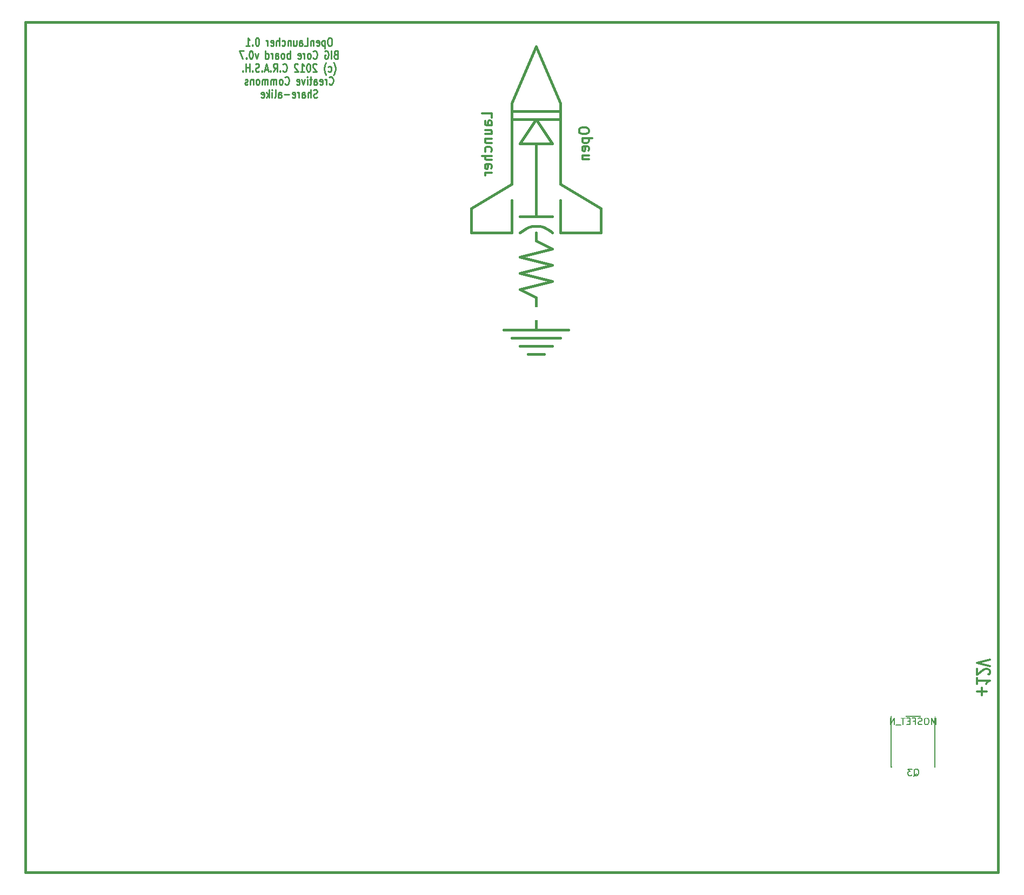
<source format=gbo>
G04 (created by PCBNEW-RS274X (2011-05-25)-stable) date Tue 07 Aug 2012 06:20:31 PM MDT*
G01*
G70*
G90*
%MOIN*%
G04 Gerber Fmt 3.4, Leading zero omitted, Abs format*
%FSLAX34Y34*%
G04 APERTURE LIST*
%ADD10C,0.006000*%
%ADD11C,0.010000*%
%ADD12C,0.012000*%
%ADD13C,0.015000*%
%ADD14C,0.005000*%
%ADD15C,0.008000*%
%ADD16C,0.080000*%
%ADD17R,0.140000X0.140000*%
%ADD18C,0.140000*%
%ADD19R,0.080000X0.080000*%
%ADD20O,0.110000X0.082000*%
%ADD21R,0.110000X0.082000*%
%ADD22O,0.082000X0.110000*%
%ADD23R,0.082000X0.110000*%
%ADD24C,0.090000*%
%ADD25R,0.090000X0.090000*%
%ADD26R,0.075000X0.075000*%
%ADD27C,0.075000*%
%ADD28R,0.085000X0.085000*%
%ADD29C,0.085000*%
%ADD30O,0.118400X0.090900*%
%ADD31C,0.320000*%
%ADD32R,0.085000X0.140000*%
%ADD33R,0.260000X0.260000*%
%ADD34R,0.147600X0.147600*%
%ADD35C,0.147600*%
%ADD36C,0.065000*%
G04 APERTURE END LIST*
G54D10*
G54D11*
X47053Y-13202D02*
X46976Y-13202D01*
X46938Y-13226D01*
X46900Y-13274D01*
X46881Y-13369D01*
X46881Y-13536D01*
X46900Y-13631D01*
X46938Y-13679D01*
X46976Y-13702D01*
X47053Y-13702D01*
X47091Y-13679D01*
X47129Y-13631D01*
X47148Y-13536D01*
X47148Y-13369D01*
X47129Y-13274D01*
X47091Y-13226D01*
X47053Y-13202D01*
X46710Y-13369D02*
X46710Y-13869D01*
X46710Y-13393D02*
X46672Y-13369D01*
X46595Y-13369D01*
X46557Y-13393D01*
X46538Y-13417D01*
X46519Y-13464D01*
X46519Y-13607D01*
X46538Y-13655D01*
X46557Y-13679D01*
X46595Y-13702D01*
X46672Y-13702D01*
X46710Y-13679D01*
X46195Y-13679D02*
X46233Y-13702D01*
X46310Y-13702D01*
X46348Y-13679D01*
X46367Y-13631D01*
X46367Y-13440D01*
X46348Y-13393D01*
X46310Y-13369D01*
X46233Y-13369D01*
X46195Y-13393D01*
X46176Y-13440D01*
X46176Y-13488D01*
X46367Y-13536D01*
X46005Y-13369D02*
X46005Y-13702D01*
X46005Y-13417D02*
X45986Y-13393D01*
X45948Y-13369D01*
X45890Y-13369D01*
X45852Y-13393D01*
X45833Y-13440D01*
X45833Y-13702D01*
X45452Y-13702D02*
X45643Y-13702D01*
X45643Y-13202D01*
X45147Y-13702D02*
X45147Y-13440D01*
X45166Y-13393D01*
X45204Y-13369D01*
X45281Y-13369D01*
X45319Y-13393D01*
X45147Y-13679D02*
X45185Y-13702D01*
X45281Y-13702D01*
X45319Y-13679D01*
X45338Y-13631D01*
X45338Y-13583D01*
X45319Y-13536D01*
X45281Y-13512D01*
X45185Y-13512D01*
X45147Y-13488D01*
X44785Y-13369D02*
X44785Y-13702D01*
X44957Y-13369D02*
X44957Y-13631D01*
X44938Y-13679D01*
X44900Y-13702D01*
X44842Y-13702D01*
X44804Y-13679D01*
X44785Y-13655D01*
X44595Y-13369D02*
X44595Y-13702D01*
X44595Y-13417D02*
X44576Y-13393D01*
X44538Y-13369D01*
X44480Y-13369D01*
X44442Y-13393D01*
X44423Y-13440D01*
X44423Y-13702D01*
X44061Y-13679D02*
X44099Y-13702D01*
X44176Y-13702D01*
X44214Y-13679D01*
X44233Y-13655D01*
X44252Y-13607D01*
X44252Y-13464D01*
X44233Y-13417D01*
X44214Y-13393D01*
X44176Y-13369D01*
X44099Y-13369D01*
X44061Y-13393D01*
X43890Y-13702D02*
X43890Y-13202D01*
X43718Y-13702D02*
X43718Y-13440D01*
X43737Y-13393D01*
X43775Y-13369D01*
X43833Y-13369D01*
X43871Y-13393D01*
X43890Y-13417D01*
X43375Y-13679D02*
X43413Y-13702D01*
X43490Y-13702D01*
X43528Y-13679D01*
X43547Y-13631D01*
X43547Y-13440D01*
X43528Y-13393D01*
X43490Y-13369D01*
X43413Y-13369D01*
X43375Y-13393D01*
X43356Y-13440D01*
X43356Y-13488D01*
X43547Y-13536D01*
X43185Y-13702D02*
X43185Y-13369D01*
X43185Y-13464D02*
X43166Y-13417D01*
X43147Y-13393D01*
X43109Y-13369D01*
X43070Y-13369D01*
X42556Y-13202D02*
X42517Y-13202D01*
X42479Y-13226D01*
X42460Y-13250D01*
X42441Y-13298D01*
X42422Y-13393D01*
X42422Y-13512D01*
X42441Y-13607D01*
X42460Y-13655D01*
X42479Y-13679D01*
X42517Y-13702D01*
X42556Y-13702D01*
X42594Y-13679D01*
X42613Y-13655D01*
X42632Y-13607D01*
X42651Y-13512D01*
X42651Y-13393D01*
X42632Y-13298D01*
X42613Y-13250D01*
X42594Y-13226D01*
X42556Y-13202D01*
X42251Y-13655D02*
X42232Y-13679D01*
X42251Y-13702D01*
X42270Y-13679D01*
X42251Y-13655D01*
X42251Y-13702D01*
X41851Y-13702D02*
X42080Y-13702D01*
X41966Y-13702D02*
X41966Y-13202D01*
X42004Y-13274D01*
X42042Y-13321D01*
X42080Y-13345D01*
X47376Y-14240D02*
X47319Y-14264D01*
X47300Y-14288D01*
X47281Y-14336D01*
X47281Y-14407D01*
X47300Y-14455D01*
X47319Y-14479D01*
X47357Y-14502D01*
X47510Y-14502D01*
X47510Y-14002D01*
X47376Y-14002D01*
X47338Y-14026D01*
X47319Y-14050D01*
X47300Y-14098D01*
X47300Y-14145D01*
X47319Y-14193D01*
X47338Y-14217D01*
X47376Y-14240D01*
X47510Y-14240D01*
X47110Y-14502D02*
X47110Y-14002D01*
X46710Y-14026D02*
X46748Y-14002D01*
X46805Y-14002D01*
X46863Y-14026D01*
X46901Y-14074D01*
X46920Y-14121D01*
X46939Y-14217D01*
X46939Y-14288D01*
X46920Y-14383D01*
X46901Y-14431D01*
X46863Y-14479D01*
X46805Y-14502D01*
X46767Y-14502D01*
X46710Y-14479D01*
X46691Y-14455D01*
X46691Y-14288D01*
X46767Y-14288D01*
X45986Y-14455D02*
X46005Y-14479D01*
X46062Y-14502D01*
X46100Y-14502D01*
X46158Y-14479D01*
X46196Y-14431D01*
X46215Y-14383D01*
X46234Y-14288D01*
X46234Y-14217D01*
X46215Y-14121D01*
X46196Y-14074D01*
X46158Y-14026D01*
X46100Y-14002D01*
X46062Y-14002D01*
X46005Y-14026D01*
X45986Y-14050D01*
X45758Y-14502D02*
X45796Y-14479D01*
X45815Y-14455D01*
X45834Y-14407D01*
X45834Y-14264D01*
X45815Y-14217D01*
X45796Y-14193D01*
X45758Y-14169D01*
X45700Y-14169D01*
X45662Y-14193D01*
X45643Y-14217D01*
X45624Y-14264D01*
X45624Y-14407D01*
X45643Y-14455D01*
X45662Y-14479D01*
X45700Y-14502D01*
X45758Y-14502D01*
X45453Y-14502D02*
X45453Y-14169D01*
X45453Y-14264D02*
X45434Y-14217D01*
X45415Y-14193D01*
X45377Y-14169D01*
X45338Y-14169D01*
X45052Y-14479D02*
X45090Y-14502D01*
X45167Y-14502D01*
X45205Y-14479D01*
X45224Y-14431D01*
X45224Y-14240D01*
X45205Y-14193D01*
X45167Y-14169D01*
X45090Y-14169D01*
X45052Y-14193D01*
X45033Y-14240D01*
X45033Y-14288D01*
X45224Y-14336D01*
X44557Y-14502D02*
X44557Y-14002D01*
X44557Y-14193D02*
X44519Y-14169D01*
X44442Y-14169D01*
X44404Y-14193D01*
X44385Y-14217D01*
X44366Y-14264D01*
X44366Y-14407D01*
X44385Y-14455D01*
X44404Y-14479D01*
X44442Y-14502D01*
X44519Y-14502D01*
X44557Y-14479D01*
X44138Y-14502D02*
X44176Y-14479D01*
X44195Y-14455D01*
X44214Y-14407D01*
X44214Y-14264D01*
X44195Y-14217D01*
X44176Y-14193D01*
X44138Y-14169D01*
X44080Y-14169D01*
X44042Y-14193D01*
X44023Y-14217D01*
X44004Y-14264D01*
X44004Y-14407D01*
X44023Y-14455D01*
X44042Y-14479D01*
X44080Y-14502D01*
X44138Y-14502D01*
X43661Y-14502D02*
X43661Y-14240D01*
X43680Y-14193D01*
X43718Y-14169D01*
X43795Y-14169D01*
X43833Y-14193D01*
X43661Y-14479D02*
X43699Y-14502D01*
X43795Y-14502D01*
X43833Y-14479D01*
X43852Y-14431D01*
X43852Y-14383D01*
X43833Y-14336D01*
X43795Y-14312D01*
X43699Y-14312D01*
X43661Y-14288D01*
X43471Y-14502D02*
X43471Y-14169D01*
X43471Y-14264D02*
X43452Y-14217D01*
X43433Y-14193D01*
X43395Y-14169D01*
X43356Y-14169D01*
X43051Y-14502D02*
X43051Y-14002D01*
X43051Y-14479D02*
X43089Y-14502D01*
X43166Y-14502D01*
X43204Y-14479D01*
X43223Y-14455D01*
X43242Y-14407D01*
X43242Y-14264D01*
X43223Y-14217D01*
X43204Y-14193D01*
X43166Y-14169D01*
X43089Y-14169D01*
X43051Y-14193D01*
X42594Y-14169D02*
X42499Y-14502D01*
X42403Y-14169D01*
X42175Y-14002D02*
X42136Y-14002D01*
X42098Y-14026D01*
X42079Y-14050D01*
X42060Y-14098D01*
X42041Y-14193D01*
X42041Y-14312D01*
X42060Y-14407D01*
X42079Y-14455D01*
X42098Y-14479D01*
X42136Y-14502D01*
X42175Y-14502D01*
X42213Y-14479D01*
X42232Y-14455D01*
X42251Y-14407D01*
X42270Y-14312D01*
X42270Y-14193D01*
X42251Y-14098D01*
X42232Y-14050D01*
X42213Y-14026D01*
X42175Y-14002D01*
X41870Y-14455D02*
X41851Y-14479D01*
X41870Y-14502D01*
X41889Y-14479D01*
X41870Y-14455D01*
X41870Y-14502D01*
X41718Y-14002D02*
X41451Y-14002D01*
X41623Y-14502D01*
X47242Y-15493D02*
X47262Y-15469D01*
X47300Y-15398D01*
X47319Y-15350D01*
X47338Y-15279D01*
X47357Y-15160D01*
X47357Y-15064D01*
X47338Y-14945D01*
X47319Y-14874D01*
X47300Y-14826D01*
X47262Y-14755D01*
X47242Y-14731D01*
X46918Y-15279D02*
X46956Y-15302D01*
X47033Y-15302D01*
X47071Y-15279D01*
X47090Y-15255D01*
X47109Y-15207D01*
X47109Y-15064D01*
X47090Y-15017D01*
X47071Y-14993D01*
X47033Y-14969D01*
X46956Y-14969D01*
X46918Y-14993D01*
X46785Y-15493D02*
X46766Y-15469D01*
X46728Y-15398D01*
X46709Y-15350D01*
X46690Y-15279D01*
X46671Y-15160D01*
X46671Y-15064D01*
X46690Y-14945D01*
X46709Y-14874D01*
X46728Y-14826D01*
X46766Y-14755D01*
X46785Y-14731D01*
X46194Y-14850D02*
X46175Y-14826D01*
X46137Y-14802D01*
X46041Y-14802D01*
X46003Y-14826D01*
X45984Y-14850D01*
X45965Y-14898D01*
X45965Y-14945D01*
X45984Y-15017D01*
X46213Y-15302D01*
X45965Y-15302D01*
X45718Y-14802D02*
X45679Y-14802D01*
X45641Y-14826D01*
X45622Y-14850D01*
X45603Y-14898D01*
X45584Y-14993D01*
X45584Y-15112D01*
X45603Y-15207D01*
X45622Y-15255D01*
X45641Y-15279D01*
X45679Y-15302D01*
X45718Y-15302D01*
X45756Y-15279D01*
X45775Y-15255D01*
X45794Y-15207D01*
X45813Y-15112D01*
X45813Y-14993D01*
X45794Y-14898D01*
X45775Y-14850D01*
X45756Y-14826D01*
X45718Y-14802D01*
X45203Y-15302D02*
X45432Y-15302D01*
X45318Y-15302D02*
X45318Y-14802D01*
X45356Y-14874D01*
X45394Y-14921D01*
X45432Y-14945D01*
X45051Y-14850D02*
X45032Y-14826D01*
X44994Y-14802D01*
X44898Y-14802D01*
X44860Y-14826D01*
X44841Y-14850D01*
X44822Y-14898D01*
X44822Y-14945D01*
X44841Y-15017D01*
X45070Y-15302D01*
X44822Y-15302D01*
X44117Y-15255D02*
X44136Y-15279D01*
X44193Y-15302D01*
X44231Y-15302D01*
X44289Y-15279D01*
X44327Y-15231D01*
X44346Y-15183D01*
X44365Y-15088D01*
X44365Y-15017D01*
X44346Y-14921D01*
X44327Y-14874D01*
X44289Y-14826D01*
X44231Y-14802D01*
X44193Y-14802D01*
X44136Y-14826D01*
X44117Y-14850D01*
X43946Y-15255D02*
X43927Y-15279D01*
X43946Y-15302D01*
X43965Y-15279D01*
X43946Y-15255D01*
X43946Y-15302D01*
X43527Y-15302D02*
X43661Y-15064D01*
X43756Y-15302D02*
X43756Y-14802D01*
X43603Y-14802D01*
X43565Y-14826D01*
X43546Y-14850D01*
X43527Y-14898D01*
X43527Y-14969D01*
X43546Y-15017D01*
X43565Y-15040D01*
X43603Y-15064D01*
X43756Y-15064D01*
X43356Y-15255D02*
X43337Y-15279D01*
X43356Y-15302D01*
X43375Y-15279D01*
X43356Y-15255D01*
X43356Y-15302D01*
X43185Y-15160D02*
X42994Y-15160D01*
X43223Y-15302D02*
X43090Y-14802D01*
X42956Y-15302D01*
X42823Y-15255D02*
X42804Y-15279D01*
X42823Y-15302D01*
X42842Y-15279D01*
X42823Y-15255D01*
X42823Y-15302D01*
X42652Y-15279D02*
X42595Y-15302D01*
X42499Y-15302D01*
X42461Y-15279D01*
X42442Y-15255D01*
X42423Y-15207D01*
X42423Y-15160D01*
X42442Y-15112D01*
X42461Y-15088D01*
X42499Y-15064D01*
X42576Y-15040D01*
X42614Y-15017D01*
X42633Y-14993D01*
X42652Y-14945D01*
X42652Y-14898D01*
X42633Y-14850D01*
X42614Y-14826D01*
X42576Y-14802D01*
X42480Y-14802D01*
X42423Y-14826D01*
X42252Y-15255D02*
X42233Y-15279D01*
X42252Y-15302D01*
X42271Y-15279D01*
X42252Y-15255D01*
X42252Y-15302D01*
X42062Y-15302D02*
X42062Y-14802D01*
X42062Y-15040D02*
X41833Y-15040D01*
X41833Y-15302D02*
X41833Y-14802D01*
X41643Y-15255D02*
X41624Y-15279D01*
X41643Y-15302D01*
X41662Y-15279D01*
X41643Y-15255D01*
X41643Y-15302D01*
X46976Y-16055D02*
X46995Y-16079D01*
X47052Y-16102D01*
X47090Y-16102D01*
X47148Y-16079D01*
X47186Y-16031D01*
X47205Y-15983D01*
X47224Y-15888D01*
X47224Y-15817D01*
X47205Y-15721D01*
X47186Y-15674D01*
X47148Y-15626D01*
X47090Y-15602D01*
X47052Y-15602D01*
X46995Y-15626D01*
X46976Y-15650D01*
X46805Y-16102D02*
X46805Y-15769D01*
X46805Y-15864D02*
X46786Y-15817D01*
X46767Y-15793D01*
X46729Y-15769D01*
X46690Y-15769D01*
X46404Y-16079D02*
X46442Y-16102D01*
X46519Y-16102D01*
X46557Y-16079D01*
X46576Y-16031D01*
X46576Y-15840D01*
X46557Y-15793D01*
X46519Y-15769D01*
X46442Y-15769D01*
X46404Y-15793D01*
X46385Y-15840D01*
X46385Y-15888D01*
X46576Y-15936D01*
X46042Y-16102D02*
X46042Y-15840D01*
X46061Y-15793D01*
X46099Y-15769D01*
X46176Y-15769D01*
X46214Y-15793D01*
X46042Y-16079D02*
X46080Y-16102D01*
X46176Y-16102D01*
X46214Y-16079D01*
X46233Y-16031D01*
X46233Y-15983D01*
X46214Y-15936D01*
X46176Y-15912D01*
X46080Y-15912D01*
X46042Y-15888D01*
X45909Y-15769D02*
X45757Y-15769D01*
X45852Y-15602D02*
X45852Y-16031D01*
X45833Y-16079D01*
X45795Y-16102D01*
X45757Y-16102D01*
X45623Y-16102D02*
X45623Y-15769D01*
X45623Y-15602D02*
X45642Y-15626D01*
X45623Y-15650D01*
X45604Y-15626D01*
X45623Y-15602D01*
X45623Y-15650D01*
X45471Y-15769D02*
X45376Y-16102D01*
X45280Y-15769D01*
X44975Y-16079D02*
X45013Y-16102D01*
X45090Y-16102D01*
X45128Y-16079D01*
X45147Y-16031D01*
X45147Y-15840D01*
X45128Y-15793D01*
X45090Y-15769D01*
X45013Y-15769D01*
X44975Y-15793D01*
X44956Y-15840D01*
X44956Y-15888D01*
X45147Y-15936D01*
X44251Y-16055D02*
X44270Y-16079D01*
X44327Y-16102D01*
X44365Y-16102D01*
X44423Y-16079D01*
X44461Y-16031D01*
X44480Y-15983D01*
X44499Y-15888D01*
X44499Y-15817D01*
X44480Y-15721D01*
X44461Y-15674D01*
X44423Y-15626D01*
X44365Y-15602D01*
X44327Y-15602D01*
X44270Y-15626D01*
X44251Y-15650D01*
X44023Y-16102D02*
X44061Y-16079D01*
X44080Y-16055D01*
X44099Y-16007D01*
X44099Y-15864D01*
X44080Y-15817D01*
X44061Y-15793D01*
X44023Y-15769D01*
X43965Y-15769D01*
X43927Y-15793D01*
X43908Y-15817D01*
X43889Y-15864D01*
X43889Y-16007D01*
X43908Y-16055D01*
X43927Y-16079D01*
X43965Y-16102D01*
X44023Y-16102D01*
X43718Y-16102D02*
X43718Y-15769D01*
X43718Y-15817D02*
X43699Y-15793D01*
X43661Y-15769D01*
X43603Y-15769D01*
X43565Y-15793D01*
X43546Y-15840D01*
X43546Y-16102D01*
X43546Y-15840D02*
X43527Y-15793D01*
X43489Y-15769D01*
X43432Y-15769D01*
X43394Y-15793D01*
X43375Y-15840D01*
X43375Y-16102D01*
X43185Y-16102D02*
X43185Y-15769D01*
X43185Y-15817D02*
X43166Y-15793D01*
X43128Y-15769D01*
X43070Y-15769D01*
X43032Y-15793D01*
X43013Y-15840D01*
X43013Y-16102D01*
X43013Y-15840D02*
X42994Y-15793D01*
X42956Y-15769D01*
X42899Y-15769D01*
X42861Y-15793D01*
X42842Y-15840D01*
X42842Y-16102D01*
X42595Y-16102D02*
X42633Y-16079D01*
X42652Y-16055D01*
X42671Y-16007D01*
X42671Y-15864D01*
X42652Y-15817D01*
X42633Y-15793D01*
X42595Y-15769D01*
X42537Y-15769D01*
X42499Y-15793D01*
X42480Y-15817D01*
X42461Y-15864D01*
X42461Y-16007D01*
X42480Y-16055D01*
X42499Y-16079D01*
X42537Y-16102D01*
X42595Y-16102D01*
X42290Y-15769D02*
X42290Y-16102D01*
X42290Y-15817D02*
X42271Y-15793D01*
X42233Y-15769D01*
X42175Y-15769D01*
X42137Y-15793D01*
X42118Y-15840D01*
X42118Y-16102D01*
X41947Y-16079D02*
X41909Y-16102D01*
X41833Y-16102D01*
X41794Y-16079D01*
X41775Y-16031D01*
X41775Y-16007D01*
X41794Y-15960D01*
X41833Y-15936D01*
X41890Y-15936D01*
X41928Y-15912D01*
X41947Y-15864D01*
X41947Y-15840D01*
X41928Y-15793D01*
X41890Y-15769D01*
X41833Y-15769D01*
X41794Y-15793D01*
X46234Y-16879D02*
X46177Y-16902D01*
X46081Y-16902D01*
X46043Y-16879D01*
X46024Y-16855D01*
X46005Y-16807D01*
X46005Y-16760D01*
X46024Y-16712D01*
X46043Y-16688D01*
X46081Y-16664D01*
X46158Y-16640D01*
X46196Y-16617D01*
X46215Y-16593D01*
X46234Y-16545D01*
X46234Y-16498D01*
X46215Y-16450D01*
X46196Y-16426D01*
X46158Y-16402D01*
X46062Y-16402D01*
X46005Y-16426D01*
X45834Y-16902D02*
X45834Y-16402D01*
X45662Y-16902D02*
X45662Y-16640D01*
X45681Y-16593D01*
X45719Y-16569D01*
X45777Y-16569D01*
X45815Y-16593D01*
X45834Y-16617D01*
X45300Y-16902D02*
X45300Y-16640D01*
X45319Y-16593D01*
X45357Y-16569D01*
X45434Y-16569D01*
X45472Y-16593D01*
X45300Y-16879D02*
X45338Y-16902D01*
X45434Y-16902D01*
X45472Y-16879D01*
X45491Y-16831D01*
X45491Y-16783D01*
X45472Y-16736D01*
X45434Y-16712D01*
X45338Y-16712D01*
X45300Y-16688D01*
X45110Y-16902D02*
X45110Y-16569D01*
X45110Y-16664D02*
X45091Y-16617D01*
X45072Y-16593D01*
X45034Y-16569D01*
X44995Y-16569D01*
X44709Y-16879D02*
X44747Y-16902D01*
X44824Y-16902D01*
X44862Y-16879D01*
X44881Y-16831D01*
X44881Y-16640D01*
X44862Y-16593D01*
X44824Y-16569D01*
X44747Y-16569D01*
X44709Y-16593D01*
X44690Y-16640D01*
X44690Y-16688D01*
X44881Y-16736D01*
X44519Y-16712D02*
X44214Y-16712D01*
X43852Y-16902D02*
X43852Y-16640D01*
X43871Y-16593D01*
X43909Y-16569D01*
X43986Y-16569D01*
X44024Y-16593D01*
X43852Y-16879D02*
X43890Y-16902D01*
X43986Y-16902D01*
X44024Y-16879D01*
X44043Y-16831D01*
X44043Y-16783D01*
X44024Y-16736D01*
X43986Y-16712D01*
X43890Y-16712D01*
X43852Y-16688D01*
X43605Y-16902D02*
X43643Y-16879D01*
X43662Y-16831D01*
X43662Y-16402D01*
X43452Y-16902D02*
X43452Y-16569D01*
X43452Y-16402D02*
X43471Y-16426D01*
X43452Y-16450D01*
X43433Y-16426D01*
X43452Y-16402D01*
X43452Y-16450D01*
X43262Y-16902D02*
X43262Y-16402D01*
X43224Y-16712D02*
X43109Y-16902D01*
X43109Y-16569D02*
X43262Y-16760D01*
X42785Y-16879D02*
X42823Y-16902D01*
X42900Y-16902D01*
X42938Y-16879D01*
X42957Y-16831D01*
X42957Y-16640D01*
X42938Y-16593D01*
X42900Y-16569D01*
X42823Y-16569D01*
X42785Y-16593D01*
X42766Y-16640D01*
X42766Y-16688D01*
X42957Y-16736D01*
G54D12*
X87231Y-53806D02*
X87231Y-53349D01*
X86926Y-53578D02*
X87536Y-53578D01*
X86926Y-52749D02*
X86926Y-53092D01*
X86926Y-52920D02*
X87726Y-52920D01*
X87612Y-52977D01*
X87536Y-53035D01*
X87498Y-53092D01*
X87650Y-52521D02*
X87688Y-52492D01*
X87726Y-52435D01*
X87726Y-52292D01*
X87688Y-52235D01*
X87650Y-52206D01*
X87574Y-52178D01*
X87498Y-52178D01*
X87383Y-52206D01*
X86926Y-52549D01*
X86926Y-52178D01*
X87726Y-52007D02*
X86926Y-51807D01*
X87726Y-51607D01*
G54D13*
X28250Y-64750D02*
X28250Y-62500D01*
X88250Y-64750D02*
X88250Y-62500D01*
X88250Y-61250D02*
X88250Y-62500D01*
X28250Y-62500D02*
X28250Y-60750D01*
X28250Y-12250D02*
X28250Y-62250D01*
X88250Y-12250D02*
X28250Y-12250D01*
X88250Y-62250D02*
X88250Y-12250D01*
X28250Y-64750D02*
X88250Y-64750D01*
G54D14*
X83550Y-55100D02*
X83550Y-53850D01*
X83550Y-53850D02*
X84250Y-53850D01*
X84250Y-53850D02*
X84250Y-55100D01*
X81750Y-55100D02*
X81750Y-53850D01*
X81750Y-53850D02*
X82450Y-53850D01*
X82450Y-53850D02*
X82450Y-55100D01*
X84350Y-57500D02*
X84350Y-55100D01*
X84350Y-55100D02*
X81650Y-55100D01*
X81650Y-55100D02*
X81650Y-58200D01*
X81650Y-58250D02*
X84350Y-58250D01*
X84350Y-58200D02*
X84350Y-57500D01*
G54D13*
X60250Y-32750D02*
X59250Y-32750D01*
X60750Y-32250D02*
X58750Y-32250D01*
X61250Y-31750D02*
X58250Y-31750D01*
X61750Y-31250D02*
X57750Y-31250D01*
X59750Y-30250D02*
X59750Y-31250D01*
X59750Y-19750D02*
X59750Y-24250D01*
X59750Y-18250D02*
X60750Y-19750D01*
X60750Y-19750D02*
X58750Y-19750D01*
X58750Y-19750D02*
X59750Y-18250D01*
X59750Y-25250D02*
X59750Y-25750D01*
X59750Y-25750D02*
X60750Y-26250D01*
X60750Y-26250D02*
X58750Y-26750D01*
X58750Y-26750D02*
X60750Y-27250D01*
X60750Y-27250D02*
X58750Y-27750D01*
X58750Y-27750D02*
X60750Y-28250D01*
X60750Y-28250D02*
X58750Y-28750D01*
X58750Y-28750D02*
X59750Y-29250D01*
X59750Y-29250D02*
X59750Y-30250D01*
X61250Y-17750D02*
X58250Y-17750D01*
X58250Y-17750D02*
X58250Y-18250D01*
X58250Y-18250D02*
X61250Y-18250D01*
X60749Y-25251D02*
X60658Y-25167D01*
X60561Y-25092D01*
X60457Y-25026D01*
X60347Y-24969D01*
X60233Y-24922D01*
X60115Y-24885D01*
X59995Y-24858D01*
X59873Y-24842D01*
X59750Y-24836D01*
X59627Y-24842D01*
X59505Y-24858D01*
X59385Y-24885D01*
X59267Y-24922D01*
X59153Y-24969D01*
X59044Y-25026D01*
X58939Y-25092D01*
X58842Y-25167D01*
X58751Y-25251D01*
X60750Y-24250D02*
X58750Y-24250D01*
X58250Y-25250D02*
X58250Y-23250D01*
X58250Y-25250D02*
X55750Y-25250D01*
X55750Y-25250D02*
X55750Y-23750D01*
X55750Y-23750D02*
X58250Y-22250D01*
X58250Y-22250D02*
X58250Y-17250D01*
X58250Y-17250D02*
X59750Y-13750D01*
X59750Y-13750D02*
X61250Y-17250D01*
X61250Y-17250D02*
X61250Y-22250D01*
X61250Y-22250D02*
X63750Y-23750D01*
X63750Y-23750D02*
X63750Y-25250D01*
X63750Y-25250D02*
X61250Y-25250D01*
X61250Y-25250D02*
X61250Y-23250D01*
G54D15*
X83038Y-58800D02*
X83076Y-58781D01*
X83114Y-58743D01*
X83171Y-58686D01*
X83210Y-58667D01*
X83248Y-58667D01*
X83229Y-58762D02*
X83267Y-58743D01*
X83305Y-58705D01*
X83324Y-58629D01*
X83324Y-58495D01*
X83305Y-58419D01*
X83267Y-58381D01*
X83229Y-58362D01*
X83152Y-58362D01*
X83114Y-58381D01*
X83076Y-58419D01*
X83057Y-58495D01*
X83057Y-58629D01*
X83076Y-58705D01*
X83114Y-58743D01*
X83152Y-58762D01*
X83229Y-58762D01*
X82924Y-58362D02*
X82676Y-58362D01*
X82810Y-58514D01*
X82752Y-58514D01*
X82714Y-58533D01*
X82695Y-58552D01*
X82676Y-58590D01*
X82676Y-58686D01*
X82695Y-58724D01*
X82714Y-58743D01*
X82752Y-58762D01*
X82867Y-58762D01*
X82905Y-58743D01*
X82924Y-58724D01*
X84400Y-55612D02*
X84400Y-55212D01*
X84266Y-55498D01*
X84133Y-55212D01*
X84133Y-55612D01*
X83867Y-55212D02*
X83790Y-55212D01*
X83752Y-55231D01*
X83714Y-55269D01*
X83695Y-55345D01*
X83695Y-55479D01*
X83714Y-55555D01*
X83752Y-55593D01*
X83790Y-55612D01*
X83867Y-55612D01*
X83905Y-55593D01*
X83943Y-55555D01*
X83962Y-55479D01*
X83962Y-55345D01*
X83943Y-55269D01*
X83905Y-55231D01*
X83867Y-55212D01*
X83543Y-55593D02*
X83486Y-55612D01*
X83390Y-55612D01*
X83352Y-55593D01*
X83333Y-55574D01*
X83314Y-55536D01*
X83314Y-55498D01*
X83333Y-55460D01*
X83352Y-55440D01*
X83390Y-55421D01*
X83467Y-55402D01*
X83505Y-55383D01*
X83524Y-55364D01*
X83543Y-55326D01*
X83543Y-55288D01*
X83524Y-55250D01*
X83505Y-55231D01*
X83467Y-55212D01*
X83371Y-55212D01*
X83314Y-55231D01*
X83009Y-55402D02*
X83143Y-55402D01*
X83143Y-55612D02*
X83143Y-55212D01*
X82952Y-55212D01*
X82800Y-55402D02*
X82666Y-55402D01*
X82609Y-55612D02*
X82800Y-55612D01*
X82800Y-55212D01*
X82609Y-55212D01*
X82495Y-55212D02*
X82266Y-55212D01*
X82381Y-55612D02*
X82381Y-55212D01*
X82228Y-55650D02*
X81923Y-55650D01*
X81828Y-55612D02*
X81828Y-55212D01*
X81599Y-55612D01*
X81599Y-55212D01*
G54D12*
X56993Y-18151D02*
X56993Y-17865D01*
X56393Y-17865D01*
X56993Y-18608D02*
X56679Y-18608D01*
X56621Y-18579D01*
X56593Y-18522D01*
X56593Y-18408D01*
X56621Y-18351D01*
X56964Y-18608D02*
X56993Y-18551D01*
X56993Y-18408D01*
X56964Y-18351D01*
X56907Y-18322D01*
X56850Y-18322D01*
X56793Y-18351D01*
X56764Y-18408D01*
X56764Y-18551D01*
X56736Y-18608D01*
X56593Y-19151D02*
X56993Y-19151D01*
X56593Y-18894D02*
X56907Y-18894D01*
X56964Y-18922D01*
X56993Y-18980D01*
X56993Y-19065D01*
X56964Y-19122D01*
X56936Y-19151D01*
X56593Y-19437D02*
X56993Y-19437D01*
X56650Y-19437D02*
X56621Y-19465D01*
X56593Y-19523D01*
X56593Y-19608D01*
X56621Y-19665D01*
X56679Y-19694D01*
X56993Y-19694D01*
X56964Y-20237D02*
X56993Y-20180D01*
X56993Y-20066D01*
X56964Y-20008D01*
X56936Y-19980D01*
X56879Y-19951D01*
X56707Y-19951D01*
X56650Y-19980D01*
X56621Y-20008D01*
X56593Y-20066D01*
X56593Y-20180D01*
X56621Y-20237D01*
X56993Y-20494D02*
X56393Y-20494D01*
X56993Y-20751D02*
X56679Y-20751D01*
X56621Y-20722D01*
X56593Y-20665D01*
X56593Y-20580D01*
X56621Y-20522D01*
X56650Y-20494D01*
X56964Y-21265D02*
X56993Y-21208D01*
X56993Y-21094D01*
X56964Y-21037D01*
X56907Y-21008D01*
X56679Y-21008D01*
X56621Y-21037D01*
X56593Y-21094D01*
X56593Y-21208D01*
X56621Y-21265D01*
X56679Y-21294D01*
X56736Y-21294D01*
X56793Y-21008D01*
X56993Y-21551D02*
X56593Y-21551D01*
X56707Y-21551D02*
X56650Y-21579D01*
X56621Y-21608D01*
X56593Y-21665D01*
X56593Y-21722D01*
X62393Y-18893D02*
X62393Y-19007D01*
X62421Y-19065D01*
X62479Y-19122D01*
X62593Y-19150D01*
X62793Y-19150D01*
X62907Y-19122D01*
X62964Y-19065D01*
X62993Y-19007D01*
X62993Y-18893D01*
X62964Y-18836D01*
X62907Y-18779D01*
X62793Y-18750D01*
X62593Y-18750D01*
X62479Y-18779D01*
X62421Y-18836D01*
X62393Y-18893D01*
X62593Y-19408D02*
X63193Y-19408D01*
X62621Y-19408D02*
X62593Y-19465D01*
X62593Y-19579D01*
X62621Y-19636D01*
X62650Y-19665D01*
X62707Y-19694D01*
X62879Y-19694D01*
X62936Y-19665D01*
X62964Y-19636D01*
X62993Y-19579D01*
X62993Y-19465D01*
X62964Y-19408D01*
X62964Y-20179D02*
X62993Y-20122D01*
X62993Y-20008D01*
X62964Y-19951D01*
X62907Y-19922D01*
X62679Y-19922D01*
X62621Y-19951D01*
X62593Y-20008D01*
X62593Y-20122D01*
X62621Y-20179D01*
X62679Y-20208D01*
X62736Y-20208D01*
X62793Y-19922D01*
X62593Y-20465D02*
X62993Y-20465D01*
X62650Y-20465D02*
X62621Y-20493D01*
X62593Y-20551D01*
X62593Y-20636D01*
X62621Y-20693D01*
X62679Y-20722D01*
X62993Y-20722D01*
%LPC*%
G54D16*
X59250Y-38750D03*
G54D17*
X53000Y-14750D03*
G54D18*
X38000Y-14750D03*
G54D19*
X65000Y-23000D03*
G54D16*
X66000Y-23000D03*
X67000Y-23000D03*
G54D19*
X65000Y-24500D03*
G54D16*
X66000Y-24500D03*
X67000Y-24500D03*
G54D19*
X65000Y-21500D03*
G54D16*
X66000Y-21500D03*
X67000Y-21500D03*
G54D19*
X34000Y-59750D03*
G54D16*
X35000Y-59750D03*
X36000Y-59750D03*
X37000Y-59750D03*
X38000Y-59750D03*
X39000Y-59750D03*
G54D19*
X46500Y-59750D03*
G54D16*
X47500Y-59750D03*
X48500Y-59750D03*
X49500Y-59750D03*
X50500Y-59750D03*
X51500Y-59750D03*
G54D20*
X49250Y-32750D03*
X49250Y-33750D03*
X49250Y-34750D03*
X49250Y-35750D03*
X49250Y-36750D03*
X49250Y-37750D03*
X49250Y-38750D03*
X49250Y-39750D03*
X49250Y-40750D03*
X49250Y-41750D03*
X49250Y-42750D03*
X49250Y-43750D03*
X49250Y-44750D03*
G54D21*
X49250Y-31750D03*
G54D20*
X52250Y-44750D03*
X52250Y-43750D03*
X52250Y-42750D03*
X52250Y-41750D03*
X52250Y-40750D03*
X52250Y-39750D03*
X52250Y-38750D03*
X52250Y-37750D03*
X52250Y-36750D03*
X52250Y-35750D03*
X52250Y-34750D03*
X52250Y-33750D03*
X52250Y-32750D03*
X52250Y-31750D03*
G54D22*
X34250Y-48250D03*
X35250Y-48250D03*
X36250Y-48250D03*
X37250Y-48250D03*
X38250Y-48250D03*
X39250Y-48250D03*
X40250Y-48250D03*
X41250Y-48250D03*
X42250Y-48250D03*
X43250Y-48250D03*
X44250Y-48250D03*
X45250Y-48250D03*
X46250Y-48250D03*
G54D23*
X33250Y-48250D03*
G54D22*
X46250Y-45250D03*
X45250Y-45250D03*
X44250Y-45250D03*
X43250Y-45250D03*
X42250Y-45250D03*
X41250Y-45250D03*
X40250Y-45250D03*
X39250Y-45250D03*
X38250Y-45250D03*
X37250Y-45250D03*
X36250Y-45250D03*
X35250Y-45250D03*
X34250Y-45250D03*
X33250Y-45250D03*
G54D23*
X49750Y-50750D03*
G54D22*
X50750Y-50750D03*
X51750Y-50750D03*
X52750Y-50750D03*
X53750Y-50750D03*
X54750Y-50750D03*
X55750Y-50750D03*
X56750Y-50750D03*
X57750Y-50750D03*
X57750Y-47750D03*
X56750Y-47750D03*
X55750Y-47750D03*
X54750Y-47750D03*
X53750Y-47750D03*
X52750Y-47750D03*
X51750Y-47750D03*
X50750Y-47750D03*
X49750Y-47750D03*
G54D24*
X82750Y-46250D03*
G54D25*
X86750Y-46250D03*
G54D26*
X85750Y-52750D03*
G54D27*
X82750Y-52750D03*
X69000Y-26750D03*
X67000Y-26750D03*
X74750Y-51250D03*
X72750Y-51250D03*
X55250Y-18000D03*
X55250Y-16000D03*
X77000Y-26750D03*
X77000Y-27750D03*
X69850Y-45350D03*
X71850Y-45350D03*
X77000Y-25750D03*
X77000Y-24750D03*
G54D19*
X59000Y-59750D03*
G54D16*
X60000Y-59750D03*
X61000Y-59750D03*
X62000Y-59750D03*
X63000Y-59750D03*
X64000Y-59750D03*
G54D25*
X66750Y-39750D03*
G54D24*
X66750Y-41750D03*
G54D27*
X83000Y-34750D03*
X83000Y-32750D03*
G54D24*
X66750Y-50750D03*
G54D25*
X66750Y-45750D03*
G54D24*
X75750Y-55250D03*
G54D25*
X71750Y-55250D03*
G54D26*
X77250Y-49750D03*
G54D27*
X77250Y-52750D03*
G54D26*
X77750Y-44500D03*
G54D27*
X74750Y-44500D03*
G54D19*
X72500Y-59750D03*
G54D16*
X73500Y-59750D03*
X74500Y-59750D03*
X75500Y-59750D03*
X76500Y-59750D03*
X77500Y-59750D03*
G54D20*
X73500Y-33750D03*
X73500Y-32750D03*
X73500Y-31750D03*
X73500Y-30750D03*
X73500Y-29750D03*
X73500Y-28750D03*
X73500Y-27750D03*
X73500Y-26750D03*
X73500Y-25750D03*
X73500Y-24750D03*
X73500Y-23750D03*
X73500Y-22750D03*
X73500Y-21750D03*
G54D21*
X73500Y-34750D03*
G54D20*
X70500Y-21750D03*
X70500Y-22750D03*
X70500Y-23750D03*
X70500Y-24750D03*
X70500Y-25750D03*
X70500Y-26750D03*
X70500Y-27750D03*
X70500Y-28750D03*
X70500Y-29750D03*
X70500Y-30750D03*
X70500Y-31750D03*
X70500Y-32750D03*
X70500Y-33750D03*
X70500Y-34750D03*
G54D19*
X68750Y-16500D03*
G54D16*
X68750Y-15500D03*
X69750Y-16500D03*
X69750Y-15500D03*
X70750Y-16500D03*
X70750Y-15500D03*
G54D27*
X87000Y-34750D03*
X87000Y-36750D03*
X84000Y-34750D03*
X84000Y-36750D03*
G54D28*
X68750Y-52250D03*
G54D29*
X69750Y-52250D03*
G54D25*
X62250Y-46750D03*
G54D24*
X64250Y-46750D03*
G54D27*
X64250Y-43750D03*
X62250Y-43750D03*
G54D25*
X76000Y-41000D03*
G54D24*
X76000Y-43000D03*
G54D28*
X76000Y-46250D03*
G54D29*
X76000Y-47250D03*
G54D27*
X75250Y-48750D03*
X77250Y-48750D03*
X67000Y-27750D03*
X69000Y-27750D03*
G54D29*
X67250Y-54250D03*
X64250Y-54250D03*
X64250Y-53250D03*
X67250Y-53250D03*
X86250Y-41750D03*
X86250Y-44750D03*
X84250Y-44750D03*
X84250Y-41750D03*
X45250Y-43750D03*
X45250Y-40750D03*
X70500Y-13750D03*
X73500Y-13750D03*
G54D26*
X64750Y-51250D03*
G54D27*
X63750Y-51250D03*
X63750Y-50250D03*
G54D24*
X75250Y-25250D03*
X75250Y-27250D03*
G54D23*
X43750Y-29250D03*
G54D22*
X44750Y-29250D03*
X45750Y-29250D03*
X46750Y-29250D03*
X47750Y-29250D03*
X48750Y-29250D03*
X49750Y-29250D03*
X50750Y-29250D03*
X51750Y-29250D03*
X51750Y-26250D03*
X50750Y-26250D03*
X49750Y-26250D03*
X48750Y-26250D03*
X47750Y-26250D03*
X46750Y-26250D03*
X45750Y-26250D03*
X44750Y-26250D03*
X43750Y-26250D03*
G54D23*
X33750Y-29250D03*
G54D22*
X34750Y-29250D03*
X35750Y-29250D03*
X36750Y-29250D03*
X37750Y-29250D03*
X38750Y-29250D03*
X39750Y-29250D03*
X40750Y-29250D03*
X41750Y-29250D03*
X41750Y-26250D03*
X40750Y-26250D03*
X39750Y-26250D03*
X38750Y-26250D03*
X37750Y-26250D03*
X36750Y-26250D03*
X35750Y-26250D03*
X34750Y-26250D03*
X33750Y-26250D03*
G54D23*
X33250Y-43750D03*
G54D22*
X34250Y-43750D03*
X35250Y-43750D03*
X36250Y-43750D03*
X37250Y-43750D03*
X38250Y-43750D03*
X39250Y-43750D03*
X40250Y-43750D03*
X41250Y-43750D03*
X41250Y-40750D03*
X40250Y-40750D03*
X39250Y-40750D03*
X38250Y-40750D03*
X37250Y-40750D03*
X36250Y-40750D03*
X35250Y-40750D03*
X34250Y-40750D03*
X33250Y-40750D03*
G54D23*
X41250Y-50750D03*
G54D22*
X40250Y-50750D03*
X39250Y-50750D03*
X38250Y-50750D03*
X37250Y-50750D03*
X36250Y-50750D03*
X35250Y-50750D03*
X34250Y-50750D03*
X33250Y-50750D03*
X33250Y-53750D03*
X34250Y-53750D03*
X35250Y-53750D03*
X36250Y-53750D03*
X37250Y-53750D03*
X38250Y-53750D03*
X39250Y-53750D03*
X40250Y-53750D03*
X41250Y-53750D03*
G54D29*
X83750Y-21000D03*
X80750Y-21000D03*
X83750Y-19250D03*
X80750Y-19250D03*
X53750Y-43750D03*
X56750Y-43750D03*
G54D23*
X41750Y-21750D03*
G54D22*
X40750Y-21750D03*
X39750Y-21750D03*
X38750Y-21750D03*
X37750Y-21750D03*
X36750Y-21750D03*
X35750Y-21750D03*
X34750Y-21750D03*
X34750Y-24750D03*
X35750Y-24750D03*
X36750Y-24750D03*
X37750Y-24750D03*
X38750Y-24750D03*
X39750Y-24750D03*
X40750Y-24750D03*
X41750Y-24750D03*
G54D23*
X42750Y-24750D03*
G54D22*
X43750Y-24750D03*
X44750Y-24750D03*
X45750Y-24750D03*
X46750Y-24750D03*
X47750Y-24750D03*
X48750Y-24750D03*
X49750Y-24750D03*
X49750Y-21750D03*
X48750Y-21750D03*
X47750Y-21750D03*
X46750Y-21750D03*
X45750Y-21750D03*
X44750Y-21750D03*
X43750Y-21750D03*
X42750Y-21750D03*
G54D19*
X86250Y-33250D03*
G54D16*
X86250Y-32250D03*
X86250Y-31250D03*
X86250Y-30250D03*
X86250Y-29250D03*
X86250Y-28250D03*
G54D30*
X78754Y-47750D03*
X78754Y-46372D03*
X78754Y-49128D03*
X79935Y-48459D03*
X79935Y-47041D03*
G54D31*
X30750Y-14750D03*
X85750Y-14750D03*
X30750Y-59750D03*
X85750Y-59750D03*
G54D26*
X49750Y-52250D03*
G54D27*
X50750Y-52250D03*
X51750Y-52250D03*
X52750Y-52250D03*
X53750Y-52250D03*
X54750Y-52250D03*
X55750Y-52250D03*
X56750Y-52250D03*
X57750Y-52250D03*
G54D29*
X81250Y-29000D03*
X81250Y-26000D03*
X81250Y-30750D03*
X81250Y-33750D03*
X53750Y-41750D03*
X56750Y-41750D03*
X43250Y-43750D03*
X43250Y-40750D03*
G54D19*
X51750Y-53750D03*
G54D16*
X50750Y-53750D03*
X49750Y-53750D03*
G54D19*
X54250Y-26750D03*
G54D16*
X54250Y-27750D03*
X54250Y-28750D03*
G54D19*
X31250Y-26750D03*
G54D16*
X31250Y-27750D03*
X31250Y-28750D03*
G54D19*
X30750Y-41250D03*
G54D16*
X30750Y-42250D03*
X30750Y-43250D03*
G54D19*
X30750Y-51250D03*
G54D16*
X30750Y-52250D03*
X30750Y-53250D03*
G54D23*
X33250Y-39250D03*
G54D22*
X34250Y-39250D03*
X35250Y-39250D03*
X36250Y-39250D03*
X37250Y-39250D03*
X38250Y-39250D03*
X39250Y-39250D03*
X40250Y-39250D03*
X40250Y-36250D03*
X39250Y-36250D03*
X38250Y-36250D03*
X37250Y-36250D03*
X36250Y-36250D03*
X35250Y-36250D03*
X34250Y-36250D03*
X33250Y-36250D03*
G54D19*
X41750Y-18750D03*
G54D16*
X40750Y-18750D03*
X39750Y-18750D03*
X38750Y-18750D03*
X37750Y-18750D03*
G54D19*
X51750Y-18750D03*
G54D16*
X50750Y-18750D03*
X49750Y-18750D03*
X48750Y-18750D03*
X47750Y-18750D03*
G54D19*
X56750Y-53750D03*
G54D16*
X55750Y-53750D03*
X54750Y-53750D03*
X53750Y-53750D03*
X52750Y-53750D03*
G54D19*
X40250Y-33250D03*
G54D16*
X39250Y-33250D03*
X38250Y-33250D03*
X37250Y-33250D03*
X36250Y-33250D03*
G54D26*
X79500Y-30500D03*
G54D27*
X79500Y-29500D03*
X78500Y-29500D03*
G54D26*
X80500Y-25000D03*
G54D27*
X80500Y-24000D03*
X79500Y-24000D03*
G54D19*
X75500Y-15500D03*
G54D16*
X75500Y-16500D03*
G54D19*
X73250Y-15500D03*
G54D16*
X73250Y-16500D03*
G54D19*
X36750Y-18750D03*
G54D16*
X35750Y-18750D03*
X34750Y-18750D03*
X33750Y-18750D03*
X32750Y-18750D03*
G54D19*
X46750Y-18750D03*
G54D16*
X45750Y-18750D03*
X44750Y-18750D03*
X43750Y-18750D03*
X42750Y-18750D03*
G54D19*
X35250Y-33250D03*
G54D16*
X34250Y-33250D03*
X33250Y-33250D03*
X32250Y-33250D03*
X31250Y-33250D03*
G54D29*
X77250Y-14000D03*
X80250Y-14000D03*
G54D19*
X66750Y-31750D03*
G54D16*
X67750Y-31750D03*
X68750Y-31750D03*
G54D19*
X78750Y-17500D03*
G54D16*
X78750Y-16500D03*
X78750Y-15500D03*
G54D32*
X82100Y-54500D03*
G54D33*
X83000Y-57000D03*
G54D32*
X83900Y-54500D03*
G54D24*
X78550Y-54350D03*
X85550Y-54350D03*
G54D34*
X70250Y-42750D03*
G54D35*
X72250Y-40750D03*
G54D34*
X79750Y-43050D03*
G54D35*
X81750Y-41050D03*
G54D27*
X42000Y-49500D03*
X43000Y-49500D03*
X48000Y-39750D03*
X47000Y-39750D03*
X54500Y-45000D03*
X55500Y-45000D03*
X56500Y-45750D03*
X57500Y-45750D03*
G54D29*
X79000Y-52250D03*
X82000Y-52250D03*
G54D36*
X63750Y-39750D03*
X62250Y-42250D03*
G54D29*
X65500Y-46500D03*
X65500Y-43500D03*
X64500Y-34250D03*
X64500Y-37250D03*
X77250Y-53750D03*
X77250Y-56750D03*
G54D16*
X59750Y-30250D03*
M02*

</source>
